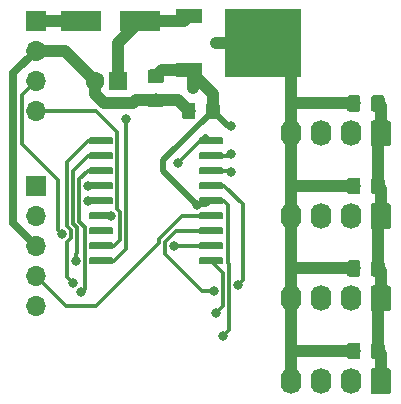
<source format=gbr>
G04 #@! TF.GenerationSoftware,KiCad,Pcbnew,(5.1.0-1195-gcea9cd417)*
G04 #@! TF.CreationDate,2019-08-04T23:05:18-07:00*
G04 #@! TF.ProjectId,URanger,5552616e-6765-4722-9e6b-696361645f70,n/c*
G04 #@! TF.SameCoordinates,Original*
G04 #@! TF.FileFunction,Copper,L1,Top*
G04 #@! TF.FilePolarity,Positive*
%FSLAX46Y46*%
G04 Gerber Fmt 4.6, Leading zero omitted, Abs format (unit mm)*
G04 Created by KiCad (PCBNEW (5.1.0-1195-gcea9cd417)) date 2019-08-04 23:05:18*
%MOMM*%
%LPD*%
G04 APERTURE LIST*
%ADD10C,0.100000*%
%ADD11C,1.740000*%
%ADD12O,1.740000X2.200000*%
%ADD13R,6.400000X5.800000*%
%ADD14R,2.200000X1.200000*%
%ADD15C,0.600000*%
%ADD16O,1.700000X1.700000*%
%ADD17R,1.700000X1.700000*%
%ADD18R,3.500000X1.800000*%
%ADD19C,1.150000*%
%ADD20C,1.600000*%
%ADD21R,1.600000X1.600000*%
%ADD22C,0.800000*%
%ADD23C,1.016000*%
%ADD24C,0.304800*%
%ADD25C,0.635000*%
%ADD26C,0.508000*%
G04 APERTURE END LIST*
D10*
G36*
X125175671Y-89089030D02*
G01*
X125256777Y-89143223D01*
X125310970Y-89224329D01*
X125330000Y-89319999D01*
X125330000Y-91020001D01*
X125310970Y-91115671D01*
X125256777Y-91196777D01*
X125175671Y-91250970D01*
X125080001Y-91270000D01*
X123839999Y-91270000D01*
X123744329Y-91250970D01*
X123663223Y-91196777D01*
X123609030Y-91115671D01*
X123590000Y-91020001D01*
X123590000Y-89319999D01*
X123609030Y-89224329D01*
X123663223Y-89143223D01*
X123744329Y-89089030D01*
X123839999Y-89070000D01*
X125080001Y-89070000D01*
X125175671Y-89089030D01*
X125175671Y-89089030D01*
G37*
D11*
X124460000Y-90170000D03*
D12*
X121920000Y-90170000D03*
X119380000Y-90170000D03*
X116840000Y-90170000D03*
X116840000Y-83185000D03*
X119380000Y-83185000D03*
X121920000Y-83185000D03*
D10*
G36*
X125175671Y-82104030D02*
G01*
X125256777Y-82158223D01*
X125310970Y-82239329D01*
X125330000Y-82334999D01*
X125330000Y-84035001D01*
X125310970Y-84130671D01*
X125256777Y-84211777D01*
X125175671Y-84265970D01*
X125080001Y-84285000D01*
X123839999Y-84285000D01*
X123744329Y-84265970D01*
X123663223Y-84211777D01*
X123609030Y-84130671D01*
X123590000Y-84035001D01*
X123590000Y-82334999D01*
X123609030Y-82239329D01*
X123663223Y-82158223D01*
X123744329Y-82104030D01*
X123839999Y-82085000D01*
X125080001Y-82085000D01*
X125175671Y-82104030D01*
X125175671Y-82104030D01*
G37*
D11*
X124460000Y-83185000D03*
D10*
G36*
X125175671Y-75119030D02*
G01*
X125256777Y-75173223D01*
X125310970Y-75254329D01*
X125330000Y-75349999D01*
X125330000Y-77050001D01*
X125310970Y-77145671D01*
X125256777Y-77226777D01*
X125175671Y-77280970D01*
X125080001Y-77300000D01*
X123839999Y-77300000D01*
X123744329Y-77280970D01*
X123663223Y-77226777D01*
X123609030Y-77145671D01*
X123590000Y-77050001D01*
X123590000Y-75349999D01*
X123609030Y-75254329D01*
X123663223Y-75173223D01*
X123744329Y-75119030D01*
X123839999Y-75100000D01*
X125080001Y-75100000D01*
X125175671Y-75119030D01*
X125175671Y-75119030D01*
G37*
D11*
X124460000Y-76200000D03*
D12*
X121920000Y-76200000D03*
X119380000Y-76200000D03*
X116840000Y-76200000D03*
X116840000Y-69215000D03*
X119380000Y-69215000D03*
X121920000Y-69215000D03*
D10*
G36*
X125175671Y-68134030D02*
G01*
X125256777Y-68188223D01*
X125310970Y-68269329D01*
X125330000Y-68364999D01*
X125330000Y-70065001D01*
X125310970Y-70160671D01*
X125256777Y-70241777D01*
X125175671Y-70295970D01*
X125080001Y-70315000D01*
X123839999Y-70315000D01*
X123744329Y-70295970D01*
X123663223Y-70241777D01*
X123609030Y-70160671D01*
X123590000Y-70065001D01*
X123590000Y-68364999D01*
X123609030Y-68269329D01*
X123663223Y-68188223D01*
X123744329Y-68134030D01*
X123839999Y-68115000D01*
X125080001Y-68115000D01*
X125175671Y-68134030D01*
X125175671Y-68134030D01*
G37*
D11*
X124460000Y-69215000D03*
D13*
X114495000Y-61595000D03*
D14*
X108195000Y-63875000D03*
X108195000Y-59315000D03*
D10*
G36*
X110992403Y-69561418D02*
G01*
X111041066Y-69593934D01*
X111073582Y-69642597D01*
X111085000Y-69700000D01*
X111085000Y-70000000D01*
X111073582Y-70057403D01*
X111041066Y-70106066D01*
X110992403Y-70138582D01*
X110935000Y-70150000D01*
X109185000Y-70150000D01*
X109127597Y-70138582D01*
X109078934Y-70106066D01*
X109046418Y-70057403D01*
X109035000Y-70000000D01*
X109035000Y-69700000D01*
X109046418Y-69642597D01*
X109078934Y-69593934D01*
X109127597Y-69561418D01*
X109185000Y-69550000D01*
X110935000Y-69550000D01*
X110992403Y-69561418D01*
X110992403Y-69561418D01*
G37*
D15*
X110060000Y-69850000D03*
D10*
G36*
X110992403Y-70831418D02*
G01*
X111041066Y-70863934D01*
X111073582Y-70912597D01*
X111085000Y-70970000D01*
X111085000Y-71270000D01*
X111073582Y-71327403D01*
X111041066Y-71376066D01*
X110992403Y-71408582D01*
X110935000Y-71420000D01*
X109185000Y-71420000D01*
X109127597Y-71408582D01*
X109078934Y-71376066D01*
X109046418Y-71327403D01*
X109035000Y-71270000D01*
X109035000Y-70970000D01*
X109046418Y-70912597D01*
X109078934Y-70863934D01*
X109127597Y-70831418D01*
X109185000Y-70820000D01*
X110935000Y-70820000D01*
X110992403Y-70831418D01*
X110992403Y-70831418D01*
G37*
D15*
X110060000Y-71120000D03*
D10*
G36*
X110992403Y-72101418D02*
G01*
X111041066Y-72133934D01*
X111073582Y-72182597D01*
X111085000Y-72240000D01*
X111085000Y-72540000D01*
X111073582Y-72597403D01*
X111041066Y-72646066D01*
X110992403Y-72678582D01*
X110935000Y-72690000D01*
X109185000Y-72690000D01*
X109127597Y-72678582D01*
X109078934Y-72646066D01*
X109046418Y-72597403D01*
X109035000Y-72540000D01*
X109035000Y-72240000D01*
X109046418Y-72182597D01*
X109078934Y-72133934D01*
X109127597Y-72101418D01*
X109185000Y-72090000D01*
X110935000Y-72090000D01*
X110992403Y-72101418D01*
X110992403Y-72101418D01*
G37*
D15*
X110060000Y-72390000D03*
D10*
G36*
X110992403Y-73371418D02*
G01*
X111041066Y-73403934D01*
X111073582Y-73452597D01*
X111085000Y-73510000D01*
X111085000Y-73810000D01*
X111073582Y-73867403D01*
X111041066Y-73916066D01*
X110992403Y-73948582D01*
X110935000Y-73960000D01*
X109185000Y-73960000D01*
X109127597Y-73948582D01*
X109078934Y-73916066D01*
X109046418Y-73867403D01*
X109035000Y-73810000D01*
X109035000Y-73510000D01*
X109046418Y-73452597D01*
X109078934Y-73403934D01*
X109127597Y-73371418D01*
X109185000Y-73360000D01*
X110935000Y-73360000D01*
X110992403Y-73371418D01*
X110992403Y-73371418D01*
G37*
D15*
X110060000Y-73660000D03*
D10*
G36*
X110992403Y-74641418D02*
G01*
X111041066Y-74673934D01*
X111073582Y-74722597D01*
X111085000Y-74780000D01*
X111085000Y-75080000D01*
X111073582Y-75137403D01*
X111041066Y-75186066D01*
X110992403Y-75218582D01*
X110935000Y-75230000D01*
X109185000Y-75230000D01*
X109127597Y-75218582D01*
X109078934Y-75186066D01*
X109046418Y-75137403D01*
X109035000Y-75080000D01*
X109035000Y-74780000D01*
X109046418Y-74722597D01*
X109078934Y-74673934D01*
X109127597Y-74641418D01*
X109185000Y-74630000D01*
X110935000Y-74630000D01*
X110992403Y-74641418D01*
X110992403Y-74641418D01*
G37*
D15*
X110060000Y-74930000D03*
D10*
G36*
X110992403Y-75911418D02*
G01*
X111041066Y-75943934D01*
X111073582Y-75992597D01*
X111085000Y-76050000D01*
X111085000Y-76350000D01*
X111073582Y-76407403D01*
X111041066Y-76456066D01*
X110992403Y-76488582D01*
X110935000Y-76500000D01*
X109185000Y-76500000D01*
X109127597Y-76488582D01*
X109078934Y-76456066D01*
X109046418Y-76407403D01*
X109035000Y-76350000D01*
X109035000Y-76050000D01*
X109046418Y-75992597D01*
X109078934Y-75943934D01*
X109127597Y-75911418D01*
X109185000Y-75900000D01*
X110935000Y-75900000D01*
X110992403Y-75911418D01*
X110992403Y-75911418D01*
G37*
D15*
X110060000Y-76200000D03*
D10*
G36*
X110992403Y-77181418D02*
G01*
X111041066Y-77213934D01*
X111073582Y-77262597D01*
X111085000Y-77320000D01*
X111085000Y-77620000D01*
X111073582Y-77677403D01*
X111041066Y-77726066D01*
X110992403Y-77758582D01*
X110935000Y-77770000D01*
X109185000Y-77770000D01*
X109127597Y-77758582D01*
X109078934Y-77726066D01*
X109046418Y-77677403D01*
X109035000Y-77620000D01*
X109035000Y-77320000D01*
X109046418Y-77262597D01*
X109078934Y-77213934D01*
X109127597Y-77181418D01*
X109185000Y-77170000D01*
X110935000Y-77170000D01*
X110992403Y-77181418D01*
X110992403Y-77181418D01*
G37*
D15*
X110060000Y-77470000D03*
D10*
G36*
X110992403Y-78451418D02*
G01*
X111041066Y-78483934D01*
X111073582Y-78532597D01*
X111085000Y-78590000D01*
X111085000Y-78890000D01*
X111073582Y-78947403D01*
X111041066Y-78996066D01*
X110992403Y-79028582D01*
X110935000Y-79040000D01*
X109185000Y-79040000D01*
X109127597Y-79028582D01*
X109078934Y-78996066D01*
X109046418Y-78947403D01*
X109035000Y-78890000D01*
X109035000Y-78590000D01*
X109046418Y-78532597D01*
X109078934Y-78483934D01*
X109127597Y-78451418D01*
X109185000Y-78440000D01*
X110935000Y-78440000D01*
X110992403Y-78451418D01*
X110992403Y-78451418D01*
G37*
D15*
X110060000Y-78740000D03*
D10*
G36*
X110992403Y-79721418D02*
G01*
X111041066Y-79753934D01*
X111073582Y-79802597D01*
X111085000Y-79860000D01*
X111085000Y-80160000D01*
X111073582Y-80217403D01*
X111041066Y-80266066D01*
X110992403Y-80298582D01*
X110935000Y-80310000D01*
X109185000Y-80310000D01*
X109127597Y-80298582D01*
X109078934Y-80266066D01*
X109046418Y-80217403D01*
X109035000Y-80160000D01*
X109035000Y-79860000D01*
X109046418Y-79802597D01*
X109078934Y-79753934D01*
X109127597Y-79721418D01*
X109185000Y-79710000D01*
X110935000Y-79710000D01*
X110992403Y-79721418D01*
X110992403Y-79721418D01*
G37*
D15*
X110060000Y-80010000D03*
D10*
G36*
X101692403Y-79721418D02*
G01*
X101741066Y-79753934D01*
X101773582Y-79802597D01*
X101785000Y-79860000D01*
X101785000Y-80160000D01*
X101773582Y-80217403D01*
X101741066Y-80266066D01*
X101692403Y-80298582D01*
X101635000Y-80310000D01*
X99885000Y-80310000D01*
X99827597Y-80298582D01*
X99778934Y-80266066D01*
X99746418Y-80217403D01*
X99735000Y-80160000D01*
X99735000Y-79860000D01*
X99746418Y-79802597D01*
X99778934Y-79753934D01*
X99827597Y-79721418D01*
X99885000Y-79710000D01*
X101635000Y-79710000D01*
X101692403Y-79721418D01*
X101692403Y-79721418D01*
G37*
D15*
X100760000Y-80010000D03*
D10*
G36*
X101692403Y-78451418D02*
G01*
X101741066Y-78483934D01*
X101773582Y-78532597D01*
X101785000Y-78590000D01*
X101785000Y-78890000D01*
X101773582Y-78947403D01*
X101741066Y-78996066D01*
X101692403Y-79028582D01*
X101635000Y-79040000D01*
X99885000Y-79040000D01*
X99827597Y-79028582D01*
X99778934Y-78996066D01*
X99746418Y-78947403D01*
X99735000Y-78890000D01*
X99735000Y-78590000D01*
X99746418Y-78532597D01*
X99778934Y-78483934D01*
X99827597Y-78451418D01*
X99885000Y-78440000D01*
X101635000Y-78440000D01*
X101692403Y-78451418D01*
X101692403Y-78451418D01*
G37*
D15*
X100760000Y-78740000D03*
D10*
G36*
X101692403Y-77181418D02*
G01*
X101741066Y-77213934D01*
X101773582Y-77262597D01*
X101785000Y-77320000D01*
X101785000Y-77620000D01*
X101773582Y-77677403D01*
X101741066Y-77726066D01*
X101692403Y-77758582D01*
X101635000Y-77770000D01*
X99885000Y-77770000D01*
X99827597Y-77758582D01*
X99778934Y-77726066D01*
X99746418Y-77677403D01*
X99735000Y-77620000D01*
X99735000Y-77320000D01*
X99746418Y-77262597D01*
X99778934Y-77213934D01*
X99827597Y-77181418D01*
X99885000Y-77170000D01*
X101635000Y-77170000D01*
X101692403Y-77181418D01*
X101692403Y-77181418D01*
G37*
D15*
X100760000Y-77470000D03*
D10*
G36*
X101692403Y-75911418D02*
G01*
X101741066Y-75943934D01*
X101773582Y-75992597D01*
X101785000Y-76050000D01*
X101785000Y-76350000D01*
X101773582Y-76407403D01*
X101741066Y-76456066D01*
X101692403Y-76488582D01*
X101635000Y-76500000D01*
X99885000Y-76500000D01*
X99827597Y-76488582D01*
X99778934Y-76456066D01*
X99746418Y-76407403D01*
X99735000Y-76350000D01*
X99735000Y-76050000D01*
X99746418Y-75992597D01*
X99778934Y-75943934D01*
X99827597Y-75911418D01*
X99885000Y-75900000D01*
X101635000Y-75900000D01*
X101692403Y-75911418D01*
X101692403Y-75911418D01*
G37*
D15*
X100760000Y-76200000D03*
D10*
G36*
X101692403Y-74641418D02*
G01*
X101741066Y-74673934D01*
X101773582Y-74722597D01*
X101785000Y-74780000D01*
X101785000Y-75080000D01*
X101773582Y-75137403D01*
X101741066Y-75186066D01*
X101692403Y-75218582D01*
X101635000Y-75230000D01*
X99885000Y-75230000D01*
X99827597Y-75218582D01*
X99778934Y-75186066D01*
X99746418Y-75137403D01*
X99735000Y-75080000D01*
X99735000Y-74780000D01*
X99746418Y-74722597D01*
X99778934Y-74673934D01*
X99827597Y-74641418D01*
X99885000Y-74630000D01*
X101635000Y-74630000D01*
X101692403Y-74641418D01*
X101692403Y-74641418D01*
G37*
D15*
X100760000Y-74930000D03*
D10*
G36*
X101692403Y-73371418D02*
G01*
X101741066Y-73403934D01*
X101773582Y-73452597D01*
X101785000Y-73510000D01*
X101785000Y-73810000D01*
X101773582Y-73867403D01*
X101741066Y-73916066D01*
X101692403Y-73948582D01*
X101635000Y-73960000D01*
X99885000Y-73960000D01*
X99827597Y-73948582D01*
X99778934Y-73916066D01*
X99746418Y-73867403D01*
X99735000Y-73810000D01*
X99735000Y-73510000D01*
X99746418Y-73452597D01*
X99778934Y-73403934D01*
X99827597Y-73371418D01*
X99885000Y-73360000D01*
X101635000Y-73360000D01*
X101692403Y-73371418D01*
X101692403Y-73371418D01*
G37*
D15*
X100760000Y-73660000D03*
D10*
G36*
X101692403Y-72101418D02*
G01*
X101741066Y-72133934D01*
X101773582Y-72182597D01*
X101785000Y-72240000D01*
X101785000Y-72540000D01*
X101773582Y-72597403D01*
X101741066Y-72646066D01*
X101692403Y-72678582D01*
X101635000Y-72690000D01*
X99885000Y-72690000D01*
X99827597Y-72678582D01*
X99778934Y-72646066D01*
X99746418Y-72597403D01*
X99735000Y-72540000D01*
X99735000Y-72240000D01*
X99746418Y-72182597D01*
X99778934Y-72133934D01*
X99827597Y-72101418D01*
X99885000Y-72090000D01*
X101635000Y-72090000D01*
X101692403Y-72101418D01*
X101692403Y-72101418D01*
G37*
D15*
X100760000Y-72390000D03*
D10*
G36*
X101692403Y-70831418D02*
G01*
X101741066Y-70863934D01*
X101773582Y-70912597D01*
X101785000Y-70970000D01*
X101785000Y-71270000D01*
X101773582Y-71327403D01*
X101741066Y-71376066D01*
X101692403Y-71408582D01*
X101635000Y-71420000D01*
X99885000Y-71420000D01*
X99827597Y-71408582D01*
X99778934Y-71376066D01*
X99746418Y-71327403D01*
X99735000Y-71270000D01*
X99735000Y-70970000D01*
X99746418Y-70912597D01*
X99778934Y-70863934D01*
X99827597Y-70831418D01*
X99885000Y-70820000D01*
X101635000Y-70820000D01*
X101692403Y-70831418D01*
X101692403Y-70831418D01*
G37*
D15*
X100760000Y-71120000D03*
D10*
G36*
X101692403Y-69561418D02*
G01*
X101741066Y-69593934D01*
X101773582Y-69642597D01*
X101785000Y-69700000D01*
X101785000Y-70000000D01*
X101773582Y-70057403D01*
X101741066Y-70106066D01*
X101692403Y-70138582D01*
X101635000Y-70150000D01*
X99885000Y-70150000D01*
X99827597Y-70138582D01*
X99778934Y-70106066D01*
X99746418Y-70057403D01*
X99735000Y-70000000D01*
X99735000Y-69700000D01*
X99746418Y-69642597D01*
X99778934Y-69593934D01*
X99827597Y-69561418D01*
X99885000Y-69550000D01*
X101635000Y-69550000D01*
X101692403Y-69561418D01*
X101692403Y-69561418D01*
G37*
D15*
X100760000Y-69850000D03*
D16*
X95250000Y-83820000D03*
X95250000Y-81280000D03*
X95250000Y-78740000D03*
X95250000Y-76200000D03*
D17*
X95250000Y-73660000D03*
D16*
X95250000Y-67310000D03*
X95250000Y-64770000D03*
X95250000Y-62230000D03*
D17*
X95250000Y-59690000D03*
D18*
X99100000Y-59690000D03*
X104100000Y-59690000D03*
D10*
G36*
X122585671Y-86949030D02*
G01*
X122666777Y-87003223D01*
X122720970Y-87084329D01*
X122740000Y-87179999D01*
X122740000Y-88080001D01*
X122720970Y-88175671D01*
X122666777Y-88256777D01*
X122585671Y-88310970D01*
X122490001Y-88330000D01*
X121839999Y-88330000D01*
X121744329Y-88310970D01*
X121663223Y-88256777D01*
X121609030Y-88175671D01*
X121590000Y-88080001D01*
X121590000Y-87179999D01*
X121609030Y-87084329D01*
X121663223Y-87003223D01*
X121744329Y-86949030D01*
X121839999Y-86930000D01*
X122490001Y-86930000D01*
X122585671Y-86949030D01*
X122585671Y-86949030D01*
G37*
D19*
X122165000Y-87630000D03*
D10*
G36*
X124635671Y-86949030D02*
G01*
X124716777Y-87003223D01*
X124770970Y-87084329D01*
X124790000Y-87179999D01*
X124790000Y-88080001D01*
X124770970Y-88175671D01*
X124716777Y-88256777D01*
X124635671Y-88310970D01*
X124540001Y-88330000D01*
X123889999Y-88330000D01*
X123794329Y-88310970D01*
X123713223Y-88256777D01*
X123659030Y-88175671D01*
X123640000Y-88080001D01*
X123640000Y-87179999D01*
X123659030Y-87084329D01*
X123713223Y-87003223D01*
X123794329Y-86949030D01*
X123889999Y-86930000D01*
X124540001Y-86930000D01*
X124635671Y-86949030D01*
X124635671Y-86949030D01*
G37*
D19*
X124215000Y-87630000D03*
D10*
G36*
X122585671Y-79964030D02*
G01*
X122666777Y-80018223D01*
X122720970Y-80099329D01*
X122740000Y-80194999D01*
X122740000Y-81095001D01*
X122720970Y-81190671D01*
X122666777Y-81271777D01*
X122585671Y-81325970D01*
X122490001Y-81345000D01*
X121839999Y-81345000D01*
X121744329Y-81325970D01*
X121663223Y-81271777D01*
X121609030Y-81190671D01*
X121590000Y-81095001D01*
X121590000Y-80194999D01*
X121609030Y-80099329D01*
X121663223Y-80018223D01*
X121744329Y-79964030D01*
X121839999Y-79945000D01*
X122490001Y-79945000D01*
X122585671Y-79964030D01*
X122585671Y-79964030D01*
G37*
D19*
X122165000Y-80645000D03*
D10*
G36*
X124635671Y-79964030D02*
G01*
X124716777Y-80018223D01*
X124770970Y-80099329D01*
X124790000Y-80194999D01*
X124790000Y-81095001D01*
X124770970Y-81190671D01*
X124716777Y-81271777D01*
X124635671Y-81325970D01*
X124540001Y-81345000D01*
X123889999Y-81345000D01*
X123794329Y-81325970D01*
X123713223Y-81271777D01*
X123659030Y-81190671D01*
X123640000Y-81095001D01*
X123640000Y-80194999D01*
X123659030Y-80099329D01*
X123713223Y-80018223D01*
X123794329Y-79964030D01*
X123889999Y-79945000D01*
X124540001Y-79945000D01*
X124635671Y-79964030D01*
X124635671Y-79964030D01*
G37*
D19*
X124215000Y-80645000D03*
D10*
G36*
X122585671Y-72979030D02*
G01*
X122666777Y-73033223D01*
X122720970Y-73114329D01*
X122740000Y-73209999D01*
X122740000Y-74110001D01*
X122720970Y-74205671D01*
X122666777Y-74286777D01*
X122585671Y-74340970D01*
X122490001Y-74360000D01*
X121839999Y-74360000D01*
X121744329Y-74340970D01*
X121663223Y-74286777D01*
X121609030Y-74205671D01*
X121590000Y-74110001D01*
X121590000Y-73209999D01*
X121609030Y-73114329D01*
X121663223Y-73033223D01*
X121744329Y-72979030D01*
X121839999Y-72960000D01*
X122490001Y-72960000D01*
X122585671Y-72979030D01*
X122585671Y-72979030D01*
G37*
D19*
X122165000Y-73660000D03*
D10*
G36*
X124635671Y-72979030D02*
G01*
X124716777Y-73033223D01*
X124770970Y-73114329D01*
X124790000Y-73209999D01*
X124790000Y-74110001D01*
X124770970Y-74205671D01*
X124716777Y-74286777D01*
X124635671Y-74340970D01*
X124540001Y-74360000D01*
X123889999Y-74360000D01*
X123794329Y-74340970D01*
X123713223Y-74286777D01*
X123659030Y-74205671D01*
X123640000Y-74110001D01*
X123640000Y-73209999D01*
X123659030Y-73114329D01*
X123713223Y-73033223D01*
X123794329Y-72979030D01*
X123889999Y-72960000D01*
X124540001Y-72960000D01*
X124635671Y-72979030D01*
X124635671Y-72979030D01*
G37*
D19*
X124215000Y-73660000D03*
D10*
G36*
X122585671Y-65994030D02*
G01*
X122666777Y-66048223D01*
X122720970Y-66129329D01*
X122740000Y-66224999D01*
X122740000Y-67125001D01*
X122720970Y-67220671D01*
X122666777Y-67301777D01*
X122585671Y-67355970D01*
X122490001Y-67375000D01*
X121839999Y-67375000D01*
X121744329Y-67355970D01*
X121663223Y-67301777D01*
X121609030Y-67220671D01*
X121590000Y-67125001D01*
X121590000Y-66224999D01*
X121609030Y-66129329D01*
X121663223Y-66048223D01*
X121744329Y-65994030D01*
X121839999Y-65975000D01*
X122490001Y-65975000D01*
X122585671Y-65994030D01*
X122585671Y-65994030D01*
G37*
D19*
X122165000Y-66675000D03*
D10*
G36*
X124635671Y-65994030D02*
G01*
X124716777Y-66048223D01*
X124770970Y-66129329D01*
X124790000Y-66224999D01*
X124790000Y-67125001D01*
X124770970Y-67220671D01*
X124716777Y-67301777D01*
X124635671Y-67355970D01*
X124540001Y-67375000D01*
X123889999Y-67375000D01*
X123794329Y-67355970D01*
X123713223Y-67301777D01*
X123659030Y-67220671D01*
X123640000Y-67125001D01*
X123640000Y-66224999D01*
X123659030Y-66129329D01*
X123713223Y-66048223D01*
X123794329Y-65994030D01*
X123889999Y-65975000D01*
X124540001Y-65975000D01*
X124635671Y-65994030D01*
X124635671Y-65994030D01*
G37*
D19*
X124215000Y-66675000D03*
D10*
G36*
X110665671Y-66629030D02*
G01*
X110746777Y-66683223D01*
X110800970Y-66764329D01*
X110820000Y-66859999D01*
X110820000Y-67760001D01*
X110800970Y-67855671D01*
X110746777Y-67936777D01*
X110665671Y-67990970D01*
X110570001Y-68010000D01*
X109919999Y-68010000D01*
X109824329Y-67990970D01*
X109743223Y-67936777D01*
X109689030Y-67855671D01*
X109670000Y-67760001D01*
X109670000Y-66859999D01*
X109689030Y-66764329D01*
X109743223Y-66683223D01*
X109824329Y-66629030D01*
X109919999Y-66610000D01*
X110570001Y-66610000D01*
X110665671Y-66629030D01*
X110665671Y-66629030D01*
G37*
D19*
X110245000Y-67310000D03*
D10*
G36*
X108615671Y-66629030D02*
G01*
X108696777Y-66683223D01*
X108750970Y-66764329D01*
X108770000Y-66859999D01*
X108770000Y-67760001D01*
X108750970Y-67855671D01*
X108696777Y-67936777D01*
X108615671Y-67990970D01*
X108520001Y-68010000D01*
X107869999Y-68010000D01*
X107774329Y-67990970D01*
X107693223Y-67936777D01*
X107639030Y-67855671D01*
X107620000Y-67760001D01*
X107620000Y-66859999D01*
X107639030Y-66764329D01*
X107693223Y-66683223D01*
X107774329Y-66629030D01*
X107869999Y-66610000D01*
X108520001Y-66610000D01*
X108615671Y-66629030D01*
X108615671Y-66629030D01*
G37*
D19*
X108195000Y-67310000D03*
D10*
G36*
X105955671Y-65874030D02*
G01*
X106036777Y-65928223D01*
X106090970Y-66009329D01*
X106110000Y-66104999D01*
X106110000Y-66755001D01*
X106090970Y-66850671D01*
X106036777Y-66931777D01*
X105955671Y-66985970D01*
X105860001Y-67005000D01*
X104959999Y-67005000D01*
X104864329Y-66985970D01*
X104783223Y-66931777D01*
X104729030Y-66850671D01*
X104710000Y-66755001D01*
X104710000Y-66104999D01*
X104729030Y-66009329D01*
X104783223Y-65928223D01*
X104864329Y-65874030D01*
X104959999Y-65855000D01*
X105860001Y-65855000D01*
X105955671Y-65874030D01*
X105955671Y-65874030D01*
G37*
D19*
X105410000Y-66430000D03*
D10*
G36*
X105955671Y-63824030D02*
G01*
X106036777Y-63878223D01*
X106090970Y-63959329D01*
X106110000Y-64054999D01*
X106110000Y-64705001D01*
X106090970Y-64800671D01*
X106036777Y-64881777D01*
X105955671Y-64935970D01*
X105860001Y-64955000D01*
X104959999Y-64955000D01*
X104864329Y-64935970D01*
X104783223Y-64881777D01*
X104729030Y-64800671D01*
X104710000Y-64705001D01*
X104710000Y-64054999D01*
X104729030Y-63959329D01*
X104783223Y-63878223D01*
X104864329Y-63824030D01*
X104959999Y-63805000D01*
X105860001Y-63805000D01*
X105955671Y-63824030D01*
X105955671Y-63824030D01*
G37*
D19*
X105410000Y-64380000D03*
D20*
X100235000Y-64770000D03*
D21*
X102235000Y-64770000D03*
D22*
X111760000Y-72507410D03*
X111760000Y-71002590D03*
X107315000Y-71755000D03*
X102870000Y-68030990D03*
X98425000Y-81915000D03*
X99069970Y-82679223D03*
X98630180Y-80022989D03*
X111125000Y-86360000D03*
X108908872Y-75300000D03*
X99695000Y-73660000D03*
X106915000Y-78770000D03*
X108585000Y-65405000D03*
X110490000Y-61595000D03*
X110490000Y-84455000D03*
X110317212Y-82582154D03*
X101600000Y-76200000D03*
X99695000Y-74930000D03*
X97441377Y-77756377D03*
X111760000Y-68580000D03*
X112362785Y-82059635D03*
D23*
X95250000Y-59690000D02*
X99100000Y-59690000D01*
X107820000Y-59690000D02*
X108195000Y-59315000D01*
X104100000Y-59690000D02*
X107820000Y-59690000D01*
X102235000Y-61555000D02*
X104100000Y-59690000D01*
X102235000Y-64770000D02*
X102235000Y-61555000D01*
X105915000Y-63875000D02*
X105410000Y-64380000D01*
X108195000Y-63875000D02*
X105915000Y-63875000D01*
X110245000Y-65925000D02*
X110245000Y-67310000D01*
X108195000Y-63875000D02*
X110245000Y-65925000D01*
X114300000Y-61790000D02*
X114495000Y-61595000D01*
X97695000Y-62230000D02*
X100235000Y-64770000D01*
X95250000Y-62230000D02*
X97695000Y-62230000D01*
X100235000Y-65901370D02*
X101008630Y-66675000D01*
X100235000Y-64770000D02*
X100235000Y-65901370D01*
X105410000Y-66430000D02*
X103750000Y-66430000D01*
X103505000Y-66675000D02*
X101008630Y-66675000D01*
X103750000Y-66430000D02*
X103505000Y-66675000D01*
X107315000Y-66430000D02*
X108195000Y-67310000D01*
X105410000Y-66430000D02*
X107315000Y-66430000D01*
D24*
X110060000Y-72390000D02*
X111642590Y-72390000D01*
X110060000Y-71120000D02*
X111642590Y-71120000D01*
X111642590Y-72390000D02*
X111760000Y-72507410D01*
X111642590Y-71120000D02*
X111760000Y-71002590D01*
X102870000Y-79025000D02*
X102870000Y-68596675D01*
X100760000Y-80010000D02*
X101885000Y-80010000D01*
X101885000Y-80010000D02*
X102870000Y-79025000D01*
X102870000Y-68596675D02*
X102870000Y-68030990D01*
X109690000Y-75300000D02*
X110060000Y-74930000D01*
X108908872Y-75300000D02*
X109690000Y-75300000D01*
X99695000Y-73660000D02*
X100760000Y-73660000D01*
X106945000Y-78740000D02*
X106915000Y-78770000D01*
X105657787Y-78199747D02*
X105657787Y-78492213D01*
X110060000Y-76200000D02*
X107657534Y-76200000D01*
X105657787Y-78492213D02*
X100330000Y-83820000D01*
X97790000Y-83820000D02*
X96099999Y-82129999D01*
X100330000Y-83820000D02*
X97790000Y-83820000D01*
X110060000Y-78740000D02*
X106945000Y-78740000D01*
X107657534Y-76200000D02*
X105657787Y-78199747D01*
X96099999Y-82129999D02*
X95250000Y-81280000D01*
D23*
X108585000Y-64265000D02*
X108195000Y-63875000D01*
X108585000Y-65405000D02*
X108585000Y-64265000D01*
X110490000Y-61595000D02*
X114495000Y-61595000D01*
D24*
X111097691Y-81047691D02*
X110430710Y-80380710D01*
X110430710Y-80380710D02*
X110060000Y-80010000D01*
X110490000Y-84455000D02*
X111097691Y-83847309D01*
X111097691Y-83847309D02*
X111097691Y-81047691D01*
X111602501Y-85882499D02*
X111602501Y-80272280D01*
X111602501Y-80272280D02*
X111524999Y-80194778D01*
X111524999Y-80194778D02*
X111524999Y-75269999D01*
X110060000Y-77470000D02*
X107101444Y-77470000D01*
X106162598Y-78408846D02*
X106162598Y-79455213D01*
X109751527Y-82582154D02*
X110317212Y-82582154D01*
X107101444Y-77470000D02*
X106162598Y-78408846D01*
X111125000Y-86360000D02*
X111602501Y-85882499D01*
X109289539Y-82582154D02*
X109751527Y-82582154D01*
X111524999Y-75269999D02*
X111185000Y-74930000D01*
X111185000Y-74930000D02*
X110060000Y-74930000D01*
X106162598Y-79455213D02*
X109289539Y-82582154D01*
X100760000Y-76200000D02*
X101600000Y-76200000D01*
X95250000Y-67310000D02*
X100330000Y-67310000D01*
X100330000Y-67310000D02*
X102137410Y-69117410D01*
X102137410Y-69117410D02*
X102137410Y-75623854D01*
X102137410Y-75623854D02*
X102352402Y-75838846D01*
X102352402Y-75838846D02*
X102352402Y-78272598D01*
X102352402Y-78272598D02*
X101885000Y-78740000D01*
X101885000Y-78740000D02*
X100760000Y-78740000D01*
D25*
X94400001Y-77890001D02*
X95250000Y-78740000D01*
X93345000Y-64135000D02*
X93345000Y-76835000D01*
X93345000Y-76835000D02*
X94400001Y-77890001D01*
X95250000Y-62230000D02*
X93345000Y-64135000D01*
D26*
X100760000Y-74930000D02*
X99695000Y-74930000D01*
D24*
X98425000Y-81915000D02*
X97877779Y-81367779D01*
X97877779Y-81367779D02*
X97877779Y-78433529D01*
X98193778Y-77395224D02*
X97877779Y-77079225D01*
X99635000Y-71120000D02*
X98382590Y-72372410D01*
X100760000Y-71120000D02*
X99635000Y-71120000D01*
X97877779Y-78433529D02*
X98193778Y-78117530D01*
X97877779Y-77079225D02*
X97877779Y-71607221D01*
X98193778Y-78117530D02*
X98193778Y-77395224D01*
X97877779Y-71607221D02*
X99635000Y-69850000D01*
X99635000Y-69850000D02*
X100760000Y-69850000D01*
X98942599Y-73082401D02*
X98942599Y-76716225D01*
X98698589Y-77186125D02*
X98698589Y-79388895D01*
X99382590Y-82366603D02*
X99069970Y-82679223D01*
X98382590Y-72372410D02*
X98382590Y-76870126D01*
X98382590Y-76870126D02*
X98698589Y-77186125D01*
X98698589Y-79388895D02*
X98630180Y-79457304D01*
X98630180Y-79457304D02*
X98630180Y-80022989D01*
X100760000Y-72390000D02*
X99635000Y-72390000D01*
X99635000Y-72390000D02*
X98942599Y-73082401D01*
X98942599Y-76716225D02*
X99382590Y-77156216D01*
X99382590Y-77156216D02*
X99382590Y-82366603D01*
X95250000Y-64770000D02*
X94047599Y-65972401D01*
X94047599Y-70123277D02*
X97126410Y-73202088D01*
X97126410Y-73202088D02*
X97126410Y-77441410D01*
X94047599Y-65972401D02*
X94047599Y-70123277D01*
X97126410Y-77441410D02*
X97441377Y-77756377D01*
D26*
X111515000Y-68580000D02*
X110245000Y-67310000D01*
X111760000Y-68580000D02*
X111515000Y-68580000D01*
X108908872Y-75300000D02*
X106045000Y-72436128D01*
X106045000Y-71510000D02*
X110245000Y-67310000D01*
X106045000Y-72436128D02*
X106045000Y-71510000D01*
D24*
X109590710Y-69479290D02*
X109689290Y-69479290D01*
X107315000Y-71755000D02*
X109590710Y-69479290D01*
X109689290Y-69479290D02*
X110060000Y-69850000D01*
D23*
X124460000Y-87875000D02*
X124215000Y-87630000D01*
X124460000Y-90170000D02*
X124460000Y-87875000D01*
X124215000Y-83430000D02*
X124460000Y-83185000D01*
X124215000Y-87630000D02*
X124215000Y-83430000D01*
X124460000Y-80890000D02*
X124215000Y-80645000D01*
X124460000Y-83185000D02*
X124460000Y-80890000D01*
X124215000Y-76445000D02*
X124460000Y-76200000D01*
X124215000Y-80645000D02*
X124215000Y-76445000D01*
X124460000Y-73905000D02*
X124215000Y-73660000D01*
X124460000Y-76200000D02*
X124460000Y-73905000D01*
X124215000Y-69460000D02*
X124460000Y-69215000D01*
X124215000Y-73660000D02*
X124215000Y-69460000D01*
X124460000Y-66920000D02*
X124215000Y-66675000D01*
X124460000Y-69215000D02*
X124460000Y-66920000D01*
X116840000Y-63940000D02*
X114495000Y-61595000D01*
X122165000Y-66675000D02*
X116840000Y-66675000D01*
X116840000Y-66675000D02*
X116840000Y-63940000D01*
X116840000Y-69215000D02*
X116840000Y-66675000D01*
X116840000Y-73660000D02*
X116840000Y-69215000D01*
X122165000Y-73660000D02*
X116840000Y-73660000D01*
X116840000Y-76200000D02*
X116840000Y-73660000D01*
X122165000Y-80645000D02*
X116840000Y-80645000D01*
X116840000Y-80645000D02*
X116840000Y-76200000D01*
X116840000Y-83185000D02*
X116840000Y-80645000D01*
X122165000Y-87630000D02*
X116840000Y-87630000D01*
X116840000Y-87630000D02*
X116840000Y-83185000D01*
X116840000Y-90170000D02*
X116840000Y-87630000D01*
D24*
X110060000Y-73660000D02*
X111185000Y-73660000D01*
X111185000Y-73660000D02*
X112762784Y-75237784D01*
X112762784Y-75237784D02*
X112762784Y-81659636D01*
X112762784Y-81659636D02*
X112362785Y-82059635D01*
M02*

</source>
